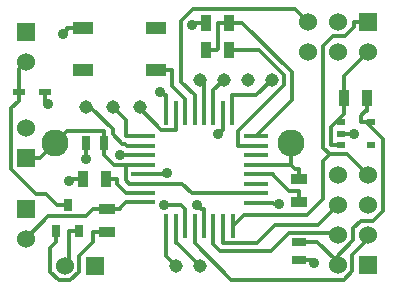
<source format=gtl>
G04 (created by PCBNEW (2011-nov-30)-testing) date Thu 18 Oct 2012 10:53:08 EDT*
%MOIN*%
G04 Gerber Fmt 3.4, Leading zero omitted, Abs format*
%FSLAX34Y34*%
G01*
G70*
G90*
G04 APERTURE LIST*
%ADD10C,3.93701e-06*%
%ADD11R,0.0709X0.0433*%
%ADD12R,0.0787X0.0177*%
%ADD13R,0.0177X0.0787*%
%ADD14R,0.035X0.055*%
%ADD15R,0.055X0.035*%
%ADD16R,0.06X0.06*%
%ADD17C,0.06*%
%ADD18C,0.045*%
%ADD19R,0.03X0.02*%
%ADD20R,0.0315X0.0394*%
%ADD21R,0.0394X0.0236*%
%ADD22R,0.045X0.025*%
%ADD23R,0.025X0.045*%
%ADD24C,0.09*%
%ADD25C,0.035*%
%ADD26C,0.012*%
G04 APERTURE END LIST*
G54D10*
G54D11*
X54653Y-38481D03*
X52213Y-37063D03*
X52213Y-38481D03*
X54653Y-37063D03*
G54D12*
X54204Y-42893D03*
X54204Y-42578D03*
X54204Y-42263D03*
X54204Y-41948D03*
X54204Y-41633D03*
X54204Y-41318D03*
X54204Y-41003D03*
X54204Y-40688D03*
X57970Y-40690D03*
X57970Y-42900D03*
X57970Y-42580D03*
X57970Y-42260D03*
X57970Y-41950D03*
X57970Y-41630D03*
X57970Y-41320D03*
X57970Y-41000D03*
G54D13*
X54988Y-39900D03*
X55302Y-39900D03*
X55618Y-39900D03*
X55932Y-39900D03*
X56248Y-39900D03*
X56562Y-39900D03*
X56878Y-39900D03*
X57192Y-39900D03*
X54990Y-43680D03*
X55300Y-43680D03*
X55620Y-43680D03*
X55930Y-43680D03*
X56240Y-43680D03*
X56560Y-43680D03*
X56880Y-43680D03*
X57200Y-43680D03*
G54D14*
X52225Y-42100D03*
X52975Y-42100D03*
X56325Y-37800D03*
X57075Y-37800D03*
G54D15*
X59400Y-42875D03*
X59400Y-42125D03*
G54D16*
X61709Y-44979D03*
G54D17*
X60709Y-44979D03*
X61709Y-43979D03*
X60709Y-43979D03*
X61709Y-42979D03*
X60709Y-42979D03*
X61709Y-41979D03*
X60709Y-41979D03*
G54D16*
X61716Y-36877D03*
G54D17*
X61716Y-37877D03*
X60716Y-36877D03*
X60716Y-37877D03*
X59716Y-36877D03*
X59716Y-37877D03*
G54D16*
X50300Y-43100D03*
G54D17*
X50300Y-44100D03*
G54D16*
X52600Y-45000D03*
G54D17*
X51600Y-45000D03*
G54D18*
X56100Y-45000D03*
X55300Y-45000D03*
X52300Y-39700D03*
X53200Y-39700D03*
X54100Y-39700D03*
X56100Y-38800D03*
X56900Y-38800D03*
X57700Y-38800D03*
X58500Y-38800D03*
G54D19*
X60800Y-40225D03*
X60800Y-40975D03*
X61800Y-40225D03*
X60800Y-40600D03*
X61800Y-40975D03*
G54D14*
X56325Y-36900D03*
X57075Y-36900D03*
G54D15*
X53000Y-43875D03*
X53000Y-43125D03*
G54D16*
X50300Y-37200D03*
G54D17*
X50300Y-38200D03*
G54D20*
X51700Y-42967D03*
X52075Y-43833D03*
X51325Y-43833D03*
G54D21*
X50067Y-39200D03*
X50933Y-39200D03*
G54D14*
X60925Y-39400D03*
X61675Y-39400D03*
G54D22*
X59400Y-44200D03*
X59400Y-44800D03*
G54D23*
X52900Y-40900D03*
X52300Y-40900D03*
G54D16*
X50300Y-41400D03*
G54D17*
X50300Y-40400D03*
G54D24*
X59150Y-40900D03*
X51276Y-40900D03*
G54D25*
X54904Y-42976D03*
X51747Y-42190D03*
X54777Y-39203D03*
X58744Y-42934D03*
X52300Y-41432D03*
X55837Y-36988D03*
X51560Y-37270D03*
X51058Y-39623D03*
X59920Y-44915D03*
X61249Y-40605D03*
X53458Y-41299D03*
X55020Y-41904D03*
X56705Y-40616D03*
X56003Y-42963D03*
G54D26*
X55490Y-42976D02*
X55620Y-43106D01*
X54904Y-42976D02*
X55490Y-42976D01*
X55620Y-43680D02*
X55620Y-43106D01*
X52225Y-42100D02*
X51869Y-42100D01*
X51838Y-42100D02*
X51747Y-42190D01*
X51869Y-42100D02*
X51838Y-42100D01*
X54204Y-41632D02*
X53630Y-41632D01*
X60800Y-40225D02*
X60634Y-40225D01*
X60925Y-38669D02*
X60925Y-39400D01*
X61716Y-37877D02*
X60925Y-38669D01*
X55514Y-42262D02*
X54204Y-42262D01*
X55831Y-42580D02*
X55514Y-42262D01*
X57970Y-42580D02*
X55831Y-42580D01*
X52900Y-40900D02*
X52900Y-40494D01*
X53757Y-42262D02*
X54204Y-42262D01*
X53630Y-42136D02*
X53757Y-42262D01*
X53630Y-41632D02*
X53630Y-42136D01*
X52900Y-40900D02*
X52900Y-41305D01*
X60925Y-39934D02*
X60634Y-40225D01*
X60925Y-39400D02*
X60925Y-39934D01*
X60469Y-40390D02*
X60469Y-40975D01*
X60634Y-40225D02*
X60469Y-40390D01*
X60800Y-40975D02*
X60469Y-40975D01*
X53609Y-41654D02*
X53630Y-41632D01*
X53249Y-41654D02*
X53609Y-41654D01*
X52900Y-41305D02*
X53249Y-41654D01*
X51681Y-40494D02*
X51275Y-40900D01*
X52900Y-40494D02*
X51681Y-40494D01*
X50780Y-41395D02*
X50780Y-41400D01*
X51275Y-40900D02*
X50780Y-41395D01*
X50300Y-41400D02*
X50780Y-41400D01*
X61709Y-44111D02*
X61709Y-43979D01*
X61189Y-44630D02*
X61709Y-44111D01*
X61189Y-45192D02*
X61189Y-44630D01*
X60898Y-45483D02*
X61189Y-45192D01*
X57160Y-45483D02*
X60898Y-45483D01*
X55930Y-44253D02*
X57160Y-45483D01*
X55930Y-43680D02*
X55930Y-44253D01*
X54900Y-39326D02*
X54777Y-39203D01*
X54987Y-39326D02*
X54900Y-39326D01*
X54987Y-39900D02*
X54987Y-39326D01*
X61716Y-36877D02*
X61236Y-36877D01*
X57564Y-43315D02*
X57200Y-43680D01*
X59666Y-43315D02*
X57564Y-43315D01*
X60216Y-42765D02*
X59666Y-43315D01*
X60216Y-41521D02*
X60216Y-42765D01*
X60445Y-41292D02*
X60216Y-41521D01*
X60229Y-41076D02*
X60445Y-41292D01*
X60229Y-37682D02*
X60229Y-41076D01*
X60553Y-37358D02*
X60229Y-37682D01*
X60936Y-37358D02*
X60553Y-37358D01*
X61236Y-37058D02*
X60936Y-37358D01*
X61236Y-36877D02*
X61236Y-37058D01*
X61021Y-41292D02*
X61709Y-41979D01*
X60445Y-41292D02*
X61021Y-41292D01*
X58020Y-44253D02*
X56880Y-44253D01*
X58626Y-43647D02*
X58020Y-44253D01*
X60041Y-43647D02*
X58626Y-43647D01*
X60709Y-42979D02*
X60041Y-43647D01*
X56880Y-43680D02*
X56880Y-44253D01*
X59280Y-36441D02*
X59716Y-36877D01*
X55880Y-36441D02*
X59280Y-36441D01*
X55479Y-36842D02*
X55880Y-36441D01*
X55479Y-38870D02*
X55479Y-36842D01*
X55932Y-39323D02*
X55479Y-38870D01*
X55932Y-39900D02*
X55932Y-39323D01*
X58577Y-42934D02*
X58543Y-42900D01*
X58744Y-42934D02*
X58577Y-42934D01*
X57970Y-42900D02*
X58543Y-42900D01*
X56560Y-44274D02*
X56560Y-43680D01*
X56796Y-44510D02*
X56560Y-44274D01*
X58469Y-44510D02*
X56796Y-44510D01*
X59084Y-43894D02*
X58469Y-44510D01*
X60623Y-43894D02*
X59084Y-43894D01*
X60709Y-43979D02*
X60623Y-43894D01*
X61623Y-39855D02*
X61675Y-39855D01*
X61469Y-40008D02*
X61623Y-39855D01*
X61469Y-40225D02*
X61469Y-40008D01*
X61675Y-39400D02*
X61675Y-39855D01*
X61800Y-40225D02*
X61642Y-40225D01*
X61642Y-40225D02*
X61469Y-40225D01*
X60604Y-44875D02*
X60709Y-44979D01*
X60604Y-44775D02*
X60604Y-44875D01*
X61228Y-44150D02*
X60604Y-44775D01*
X61228Y-43755D02*
X61228Y-44150D01*
X61484Y-43499D02*
X61228Y-43755D01*
X61881Y-43499D02*
X61484Y-43499D01*
X62197Y-43184D02*
X61881Y-43499D01*
X62197Y-40779D02*
X62197Y-43184D01*
X61642Y-40225D02*
X62197Y-40779D01*
X60028Y-44200D02*
X59400Y-44200D01*
X60604Y-44775D02*
X60028Y-44200D01*
X52300Y-40900D02*
X52300Y-41432D01*
X56325Y-36900D02*
X55969Y-36900D01*
X55881Y-36988D02*
X55969Y-36900D01*
X55837Y-36988D02*
X55881Y-36988D01*
X52213Y-37062D02*
X51678Y-37062D01*
X51678Y-37152D02*
X51678Y-37062D01*
X51560Y-37270D02*
X51678Y-37152D01*
X50932Y-39200D02*
X50932Y-39498D01*
X50932Y-39498D02*
X51058Y-39623D01*
X59400Y-44800D02*
X59805Y-44800D01*
X59805Y-44800D02*
X59920Y-44915D01*
X61136Y-40605D02*
X61130Y-40600D01*
X61249Y-40605D02*
X61136Y-40605D01*
X60800Y-40600D02*
X61130Y-40600D01*
X54204Y-41317D02*
X53630Y-41317D01*
X53611Y-41299D02*
X53458Y-41299D01*
X53630Y-41317D02*
X53611Y-41299D01*
X57970Y-41630D02*
X58543Y-41630D01*
X59150Y-41630D02*
X58543Y-41630D01*
X59150Y-40900D02*
X59150Y-41630D01*
X59289Y-41769D02*
X59400Y-41769D01*
X59150Y-41630D02*
X59289Y-41769D01*
X59400Y-42125D02*
X59400Y-41769D01*
X54977Y-41947D02*
X54204Y-41947D01*
X55020Y-41904D02*
X54977Y-41947D01*
X51737Y-44862D02*
X51600Y-45000D01*
X51737Y-43832D02*
X51737Y-44862D01*
X52075Y-43832D02*
X51737Y-43832D01*
X56848Y-40473D02*
X56877Y-40473D01*
X56705Y-40616D02*
X56848Y-40473D01*
X56877Y-39900D02*
X56877Y-40473D01*
X57973Y-39326D02*
X57192Y-39326D01*
X58500Y-38800D02*
X57973Y-39326D01*
X57192Y-39900D02*
X57192Y-39326D01*
X56562Y-39137D02*
X56562Y-39900D01*
X56900Y-38800D02*
X56562Y-39137D01*
X54823Y-40473D02*
X55302Y-40473D01*
X54100Y-39750D02*
X54823Y-40473D01*
X54100Y-39700D02*
X54100Y-39750D01*
X55302Y-39900D02*
X55302Y-40473D01*
X55617Y-39445D02*
X55617Y-39900D01*
X55187Y-39015D02*
X55617Y-39445D01*
X55187Y-38481D02*
X55187Y-39015D01*
X54653Y-38481D02*
X55187Y-38481D01*
X56247Y-38947D02*
X56247Y-39900D01*
X56100Y-38800D02*
X56247Y-38947D01*
X53690Y-41002D02*
X54204Y-41002D01*
X53615Y-40928D02*
X53690Y-41002D01*
X53522Y-40928D02*
X53615Y-40928D01*
X53205Y-40610D02*
X53522Y-40928D01*
X53205Y-40449D02*
X53205Y-40610D01*
X52455Y-39700D02*
X53205Y-40449D01*
X52300Y-39700D02*
X52455Y-39700D01*
X53630Y-40130D02*
X53200Y-39700D01*
X53630Y-40687D02*
X53630Y-40130D01*
X54204Y-40687D02*
X53630Y-40687D01*
X58543Y-41984D02*
X58543Y-41950D01*
X59079Y-42519D02*
X58543Y-41984D01*
X59400Y-42519D02*
X59079Y-42519D01*
X59400Y-42875D02*
X59400Y-42519D01*
X57970Y-41950D02*
X58543Y-41950D01*
X51700Y-42967D02*
X51362Y-42967D01*
X50067Y-38432D02*
X50067Y-39200D01*
X50300Y-38200D02*
X50067Y-38432D01*
X50995Y-42600D02*
X51362Y-42967D01*
X50645Y-42600D02*
X50995Y-42600D01*
X49819Y-41774D02*
X50645Y-42600D01*
X49819Y-39745D02*
X49819Y-41774D01*
X50067Y-39498D02*
X49819Y-39745D01*
X50067Y-39200D02*
X50067Y-39498D01*
X52544Y-44200D02*
X52544Y-43875D01*
X52080Y-44664D02*
X52544Y-44200D01*
X52080Y-45202D02*
X52080Y-44664D01*
X51795Y-45487D02*
X52080Y-45202D01*
X51400Y-45487D02*
X51795Y-45487D01*
X51118Y-45204D02*
X51400Y-45487D01*
X51118Y-44416D02*
X51118Y-45204D01*
X51325Y-44210D02*
X51118Y-44416D01*
X51325Y-43832D02*
X51325Y-44210D01*
X53000Y-43875D02*
X52544Y-43875D01*
X53455Y-43068D02*
X53630Y-42892D01*
X53455Y-43125D02*
X53455Y-43068D01*
X54204Y-42892D02*
X53630Y-42892D01*
X53000Y-43125D02*
X53455Y-43125D01*
X52313Y-43356D02*
X52544Y-43125D01*
X51043Y-43356D02*
X52313Y-43356D01*
X50300Y-44100D02*
X51043Y-43356D01*
X53000Y-43125D02*
X52544Y-43125D01*
X53330Y-42277D02*
X53630Y-42577D01*
X53330Y-42100D02*
X53330Y-42277D01*
X52975Y-42100D02*
X53330Y-42100D01*
X54204Y-42577D02*
X53630Y-42577D01*
X56146Y-43106D02*
X56003Y-42963D01*
X56240Y-43106D02*
X56146Y-43106D01*
X56240Y-43680D02*
X56240Y-43106D01*
X57396Y-40502D02*
X57396Y-41000D01*
X58915Y-38983D02*
X57396Y-40502D01*
X58915Y-38641D02*
X58915Y-38983D01*
X58073Y-37800D02*
X58915Y-38641D01*
X57075Y-37800D02*
X58073Y-37800D01*
X57970Y-41000D02*
X57396Y-41000D01*
X57528Y-36900D02*
X57075Y-36900D01*
X59175Y-38546D02*
X57528Y-36900D01*
X59175Y-39484D02*
X59175Y-38546D01*
X57970Y-40690D02*
X59175Y-39484D01*
X56719Y-37760D02*
X56680Y-37800D01*
X56719Y-36900D02*
X56719Y-37760D01*
X56325Y-37800D02*
X56680Y-37800D01*
X57075Y-36900D02*
X56719Y-36900D01*
X54990Y-44690D02*
X54990Y-43680D01*
X55300Y-45000D02*
X54990Y-44690D01*
X55353Y-44253D02*
X55300Y-44253D01*
X56100Y-45000D02*
X55353Y-44253D01*
X55300Y-43680D02*
X55300Y-44253D01*
M02*

</source>
